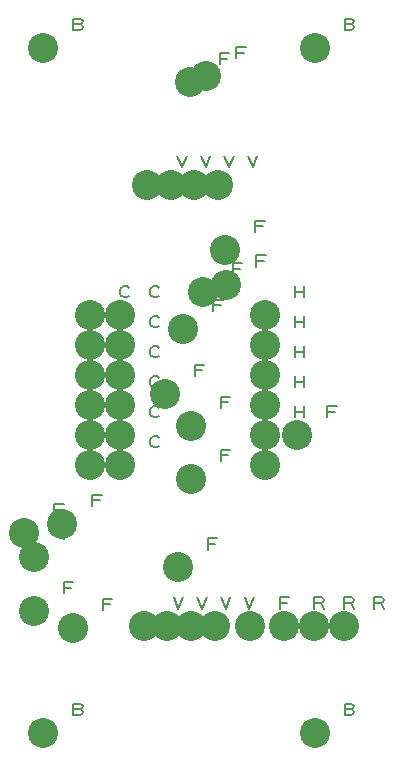
<source format=gbr>
G04 DesignSpark PCB PRO Gerber Version 10.0 Build 5299*
G04 #@! TF.Part,Single*
G04 #@! TF.FileFunction,Drillmap*
G04 #@! TF.FilePolarity,Positive*
%FSLAX35Y35*%
%MOIN*%
%ADD29C,0.00500*%
G04 #@! TA.AperFunction,ViaPad*
%ADD28C,0.10000*%
G04 #@! TD.AperFunction*
X0Y0D02*
D02*
D28*
X21654Y90551D03*
X24803Y64567D03*
Y82677D03*
X27953Y24016D03*
Y252362D03*
X34252Y93701D03*
X37795Y59055D03*
X43543Y113189D03*
Y123189D03*
Y133189D03*
Y143189D03*
Y153189D03*
Y163189D03*
X53543Y113189D03*
Y123189D03*
Y133189D03*
Y143189D03*
Y153189D03*
Y163189D03*
X61417Y59449D03*
X62598Y206693D03*
X68504Y137008D03*
X69291Y59449D03*
X70472Y206693D03*
X72835Y79134D03*
X74606Y158661D03*
X76772Y240945D03*
X77165Y59449D03*
Y108661D03*
Y126378D03*
X78346Y206693D03*
X81102Y170866D03*
X82283Y242913D03*
X85039Y59449D03*
X86220Y206693D03*
X88583Y185039D03*
X88976Y173425D03*
X96850Y59449D03*
X101772Y113189D03*
Y123189D03*
Y133189D03*
Y143189D03*
Y153189D03*
Y163189D03*
X108268Y59449D03*
X112598Y123228D03*
X118268Y59449D03*
X118504Y24016D03*
Y252362D03*
X128268Y59449D03*
D02*
D29*
X31654Y96489D02*
Y100239D01*
X34779D01*
X34154Y98364D02*
X31654D01*
X34803Y70504D02*
Y74254D01*
X37928D01*
X37303Y72380D02*
X34803D01*
Y88615D02*
Y92365D01*
X37928D01*
X37303Y90490D02*
X34803D01*
X40140Y31828D02*
X40765Y31516D01*
X41078Y30891D01*
X40765Y30266D01*
X40140Y29953D01*
X37953D01*
Y33703D01*
X40140D01*
X40765Y33391D01*
X41078Y32766D01*
X40765Y32141D01*
X40140Y31828D01*
X37953D01*
X40140Y260175D02*
X40765Y259862D01*
X41078Y259237D01*
X40765Y258612D01*
X40140Y258300D01*
X37953D01*
Y262050D01*
X40140D01*
X40765Y261737D01*
X41078Y261112D01*
X40765Y260487D01*
X40140Y260175D01*
X37953D01*
X44252Y99638D02*
Y103388D01*
X47377D01*
X46752Y101513D02*
X44252D01*
X47795Y64993D02*
Y68743D01*
X50920D01*
X50295Y66868D02*
X47795D01*
X56669Y119752D02*
X56356Y119439D01*
X55731Y119126D01*
X54793D01*
X54169Y119439D01*
X53856Y119752D01*
X53543Y120376D01*
Y121626D01*
X53856Y122252D01*
X54169Y122564D01*
X54793Y122876D01*
X55731D01*
X56356Y122564D01*
X56669Y122252D01*
Y129752D02*
X56356Y129439D01*
X55731Y129126D01*
X54793D01*
X54169Y129439D01*
X53856Y129752D01*
X53543Y130376D01*
Y131626D01*
X53856Y132252D01*
X54169Y132564D01*
X54793Y132876D01*
X55731D01*
X56356Y132564D01*
X56669Y132252D01*
Y139752D02*
X56356Y139439D01*
X55731Y139126D01*
X54793D01*
X54169Y139439D01*
X53856Y139752D01*
X53543Y140376D01*
Y141626D01*
X53856Y142252D01*
X54169Y142564D01*
X54793Y142876D01*
X55731D01*
X56356Y142564D01*
X56669Y142252D01*
Y149752D02*
X56356Y149439D01*
X55731Y149126D01*
X54793D01*
X54169Y149439D01*
X53856Y149752D01*
X53543Y150376D01*
Y151626D01*
X53856Y152252D01*
X54169Y152564D01*
X54793Y152876D01*
X55731D01*
X56356Y152564D01*
X56669Y152252D01*
Y159752D02*
X56356Y159439D01*
X55731Y159126D01*
X54793D01*
X54169Y159439D01*
X53856Y159752D01*
X53543Y160376D01*
Y161626D01*
X53856Y162252D01*
X54169Y162564D01*
X54793Y162876D01*
X55731D01*
X56356Y162564D01*
X56669Y162252D01*
Y169752D02*
X56356Y169439D01*
X55731Y169126D01*
X54793D01*
X54169Y169439D01*
X53856Y169752D01*
X53543Y170376D01*
Y171626D01*
X53856Y172252D01*
X54169Y172564D01*
X54793Y172876D01*
X55731D01*
X56356Y172564D01*
X56669Y172252D01*
X66669Y119752D02*
X66356Y119439D01*
X65731Y119126D01*
X64793D01*
X64169Y119439D01*
X63856Y119752D01*
X63543Y120376D01*
Y121626D01*
X63856Y122252D01*
X64169Y122564D01*
X64793Y122876D01*
X65731D01*
X66356Y122564D01*
X66669Y122252D01*
Y129752D02*
X66356Y129439D01*
X65731Y129126D01*
X64793D01*
X64169Y129439D01*
X63856Y129752D01*
X63543Y130376D01*
Y131626D01*
X63856Y132252D01*
X64169Y132564D01*
X64793Y132876D01*
X65731D01*
X66356Y132564D01*
X66669Y132252D01*
Y139752D02*
X66356Y139439D01*
X65731Y139126D01*
X64793D01*
X64169Y139439D01*
X63856Y139752D01*
X63543Y140376D01*
Y141626D01*
X63856Y142252D01*
X64169Y142564D01*
X64793Y142876D01*
X65731D01*
X66356Y142564D01*
X66669Y142252D01*
Y149752D02*
X66356Y149439D01*
X65731Y149126D01*
X64793D01*
X64169Y149439D01*
X63856Y149752D01*
X63543Y150376D01*
Y151626D01*
X63856Y152252D01*
X64169Y152564D01*
X64793Y152876D01*
X65731D01*
X66356Y152564D01*
X66669Y152252D01*
Y159752D02*
X66356Y159439D01*
X65731Y159126D01*
X64793D01*
X64169Y159439D01*
X63856Y159752D01*
X63543Y160376D01*
Y161626D01*
X63856Y162252D01*
X64169Y162564D01*
X64793Y162876D01*
X65731D01*
X66356Y162564D01*
X66669Y162252D01*
Y169752D02*
X66356Y169439D01*
X65731Y169126D01*
X64793D01*
X64169Y169439D01*
X63856Y169752D01*
X63543Y170376D01*
Y171626D01*
X63856Y172252D01*
X64169Y172564D01*
X64793Y172876D01*
X65731D01*
X66356Y172564D01*
X66669Y172252D01*
X71417Y69136D02*
X72980Y65386D01*
X74543Y69136D01*
X72598Y216380D02*
X74161Y212630D01*
X75724Y216380D01*
X78504Y142945D02*
Y146695D01*
X81629D01*
X81004Y144820D02*
X78504D01*
X79291Y69136D02*
X80854Y65386D01*
X82417Y69136D01*
X80472Y216380D02*
X82035Y212630D01*
X83598Y216380D01*
X82835Y85071D02*
Y88821D01*
X85960D01*
X85335Y86946D02*
X82835D01*
X84606Y164599D02*
Y168349D01*
X87731D01*
X87106Y166474D02*
X84606D01*
X86772Y246882D02*
Y250632D01*
X89897D01*
X89272Y248757D02*
X86772D01*
X87165Y69136D02*
X88728Y65386D01*
X90291Y69136D01*
X87165Y114599D02*
Y118349D01*
X90291D01*
X89665Y116474D02*
X87165D01*
Y132315D02*
Y136065D01*
X90291D01*
X89665Y134191D02*
X87165D01*
X88346Y216380D02*
X89909Y212630D01*
X91472Y216380D01*
X91102Y176804D02*
Y180554D01*
X94228D01*
X93602Y178679D02*
X91102D01*
X92283Y248851D02*
Y252601D01*
X95409D01*
X94783Y250726D02*
X92283D01*
X95039Y69136D02*
X96602Y65386D01*
X98165Y69136D01*
X96220Y216380D02*
X97783Y212630D01*
X99346Y216380D01*
X98583Y190977D02*
Y194727D01*
X101708D01*
X101083Y192852D02*
X98583D01*
X98976Y179363D02*
Y183113D01*
X102102D01*
X101476Y181238D02*
X98976D01*
X106850Y65386D02*
Y69136D01*
X109976D01*
X109350Y67261D02*
X106850D01*
X111772Y119126D02*
Y122876D01*
Y121002D02*
X114897D01*
Y119126D02*
Y122876D01*
X111772Y129126D02*
Y132876D01*
Y131002D02*
X114897D01*
Y129126D02*
Y132876D01*
X111772Y139126D02*
Y142876D01*
Y141002D02*
X114897D01*
Y139126D02*
Y142876D01*
X111772Y149126D02*
Y152876D01*
Y151002D02*
X114897D01*
Y149126D02*
Y152876D01*
X111772Y159126D02*
Y162876D01*
Y161002D02*
X114897D01*
Y159126D02*
Y162876D01*
X111772Y169126D02*
Y172876D01*
Y171002D02*
X114897D01*
Y169126D02*
Y172876D01*
X118268Y65386D02*
Y69136D01*
X120455D01*
X121080Y68824D01*
X121393Y68199D01*
X121080Y67574D01*
X120455Y67261D01*
X118268D01*
X120455D02*
X121393Y65386D01*
X122598Y129166D02*
Y132916D01*
X125724D01*
X125098Y131041D02*
X122598D01*
X128268Y65386D02*
Y69136D01*
X130455D01*
X131080Y68824D01*
X131393Y68199D01*
X131080Y67574D01*
X130455Y67261D01*
X128268D01*
X130455D02*
X131393Y65386D01*
X130691Y31828D02*
X131317Y31516D01*
X131629Y30891D01*
X131317Y30266D01*
X130691Y29953D01*
X128504D01*
Y33703D01*
X130691D01*
X131317Y33391D01*
X131629Y32766D01*
X131317Y32141D01*
X130691Y31828D01*
X128504D01*
X130691Y260175D02*
X131317Y259862D01*
X131629Y259237D01*
X131317Y258612D01*
X130691Y258300D01*
X128504D01*
Y262050D01*
X130691D01*
X131317Y261737D01*
X131629Y261112D01*
X131317Y260487D01*
X130691Y260175D01*
X128504D01*
X138268Y65386D02*
Y69136D01*
X140455D01*
X141080Y68824D01*
X141393Y68199D01*
X141080Y67574D01*
X140455Y67261D01*
X138268D01*
X140455D02*
X141393Y65386D01*
X0Y0D02*
M02*

</source>
